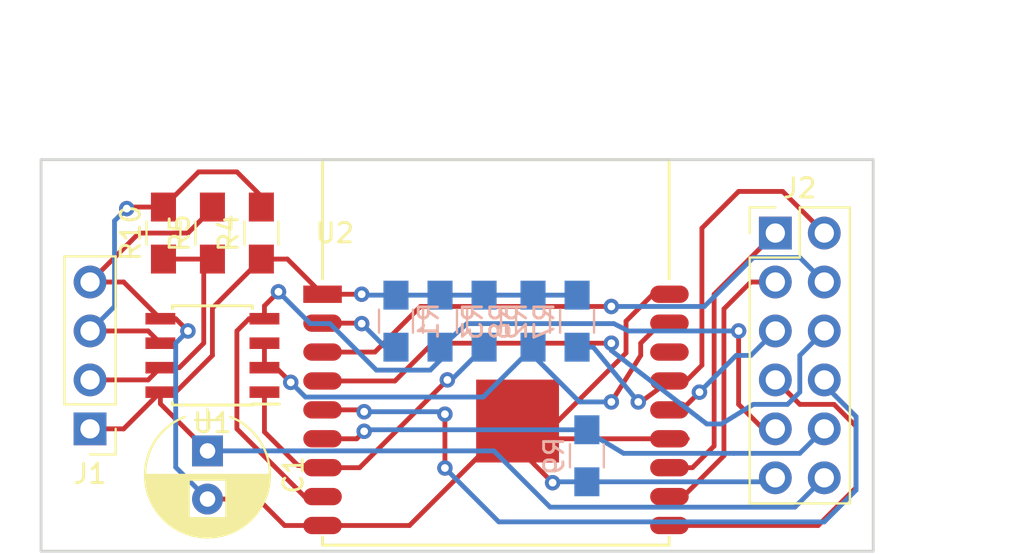
<source format=kicad_pcb>
(kicad_pcb (version 4) (host pcbnew 4.0.7)

  (general
    (links 45)
    (no_connects 0)
    (area 119.304999 90.094999 162.635001 110.565001)
    (thickness 1.6)
    (drawings 6)
    (tracks 216)
    (zones 0)
    (modules 14)
    (nets 19)
  )

  (page A4)
  (layers
    (0 F.Cu signal)
    (31 B.Cu signal)
    (32 B.Adhes user)
    (33 F.Adhes user)
    (34 B.Paste user)
    (35 F.Paste user)
    (36 B.SilkS user)
    (37 F.SilkS user)
    (38 B.Mask user)
    (39 F.Mask user)
    (40 Dwgs.User user)
    (41 Cmts.User user)
    (42 Eco1.User user)
    (43 Eco2.User user)
    (44 Edge.Cuts user)
    (45 Margin user)
    (46 B.CrtYd user)
    (47 F.CrtYd user)
    (48 B.Fab user)
    (49 F.Fab user)
  )

  (setup
    (last_trace_width 0.25)
    (trace_clearance 0.2)
    (zone_clearance 0.508)
    (zone_45_only no)
    (trace_min 0.2)
    (segment_width 0.2)
    (edge_width 0.15)
    (via_size 0.8)
    (via_drill 0.4)
    (via_min_size 0.8)
    (via_min_drill 0.3)
    (uvia_size 0.3)
    (uvia_drill 0.1)
    (uvias_allowed no)
    (uvia_min_size 0.2)
    (uvia_min_drill 0.1)
    (pcb_text_width 0.3)
    (pcb_text_size 1.5 1.5)
    (mod_edge_width 0.15)
    (mod_text_size 1 1)
    (mod_text_width 0.15)
    (pad_size 1.524 1.524)
    (pad_drill 0.762)
    (pad_to_mask_clearance 0.2)
    (aux_axis_origin 0 0)
    (visible_elements FFFEFF7F)
    (pcbplotparams
      (layerselection 0x00030_80000001)
      (usegerberextensions false)
      (excludeedgelayer true)
      (linewidth 0.100000)
      (plotframeref false)
      (viasonmask false)
      (mode 1)
      (useauxorigin false)
      (hpglpennumber 1)
      (hpglpenspeed 20)
      (hpglpendiameter 15)
      (hpglpenoverlay 2)
      (psnegative false)
      (psa4output false)
      (plotreference true)
      (plotvalue true)
      (plotinvisibletext false)
      (padsonsilk false)
      (subtractmaskfromsilk false)
      (outputformat 1)
      (mirror false)
      (drillshape 1)
      (scaleselection 1)
      (outputdirectory ""))
  )

  (net 0 "")
  (net 1 +3V3)
  (net 2 GND)
  (net 3 "Net-(J1-Pad2)")
  (net 4 "Net-(J1-Pad3)")
  (net 5 "Net-(J2-Pad1)")
  (net 6 "Net-(J2-Pad2)")
  (net 7 "Net-(J2-Pad3)")
  (net 8 "Net-(J2-Pad4)")
  (net 9 "Net-(J2-Pad5)")
  (net 10 "Net-(J2-Pad6)")
  (net 11 "Net-(J2-Pad7)")
  (net 12 "Net-(J2-Pad8)")
  (net 13 "Net-(J2-Pad9)")
  (net 14 "Net-(J2-Pad10)")
  (net 15 "Net-(R1-Pad1)")
  (net 16 "Net-(R2-Pad1)")
  (net 17 "Net-(R8-Pad2)")
  (net 18 "Net-(U2-Pad16)")

  (net_class Default "これは標準のネット クラスです。"
    (clearance 0.2)
    (trace_width 0.25)
    (via_dia 0.8)
    (via_drill 0.4)
    (uvia_dia 0.3)
    (uvia_drill 0.1)
    (add_net +3V3)
    (add_net GND)
    (add_net "Net-(J1-Pad2)")
    (add_net "Net-(J1-Pad3)")
    (add_net "Net-(J2-Pad1)")
    (add_net "Net-(J2-Pad10)")
    (add_net "Net-(J2-Pad2)")
    (add_net "Net-(J2-Pad3)")
    (add_net "Net-(J2-Pad4)")
    (add_net "Net-(J2-Pad5)")
    (add_net "Net-(J2-Pad6)")
    (add_net "Net-(J2-Pad7)")
    (add_net "Net-(J2-Pad8)")
    (add_net "Net-(J2-Pad9)")
    (add_net "Net-(R1-Pad1)")
    (add_net "Net-(R2-Pad1)")
    (add_net "Net-(R8-Pad2)")
    (add_net "Net-(U2-Pad16)")
  )

  (module Capacitors_THT:CP_Radial_D6.3mm_P2.50mm (layer F.Cu) (tedit 597BC7C2) (tstamp 5B926187)
    (at 128.016 105.283 270)
    (descr "CP, Radial series, Radial, pin pitch=2.50mm, , diameter=6.3mm, Electrolytic Capacitor")
    (tags "CP Radial series Radial pin pitch 2.50mm  diameter 6.3mm Electrolytic Capacitor")
    (path /5B923BE7)
    (fp_text reference C1 (at 1.25 -4.46 270) (layer F.SilkS)
      (effects (font (size 1 1) (thickness 0.15)))
    )
    (fp_text value CP (at 1.25 4.46 270) (layer F.Fab)
      (effects (font (size 1 1) (thickness 0.15)))
    )
    (fp_arc (start 1.25 0) (end -1.767482 -1.18) (angle 137.3) (layer F.SilkS) (width 0.12))
    (fp_arc (start 1.25 0) (end -1.767482 1.18) (angle -137.3) (layer F.SilkS) (width 0.12))
    (fp_arc (start 1.25 0) (end 4.267482 -1.18) (angle 42.7) (layer F.SilkS) (width 0.12))
    (fp_circle (center 1.25 0) (end 4.4 0) (layer F.Fab) (width 0.1))
    (fp_line (start -2.2 0) (end -1 0) (layer F.Fab) (width 0.1))
    (fp_line (start -1.6 -0.65) (end -1.6 0.65) (layer F.Fab) (width 0.1))
    (fp_line (start 1.25 -3.2) (end 1.25 3.2) (layer F.SilkS) (width 0.12))
    (fp_line (start 1.29 -3.2) (end 1.29 3.2) (layer F.SilkS) (width 0.12))
    (fp_line (start 1.33 -3.2) (end 1.33 3.2) (layer F.SilkS) (width 0.12))
    (fp_line (start 1.37 -3.198) (end 1.37 3.198) (layer F.SilkS) (width 0.12))
    (fp_line (start 1.41 -3.197) (end 1.41 3.197) (layer F.SilkS) (width 0.12))
    (fp_line (start 1.45 -3.194) (end 1.45 3.194) (layer F.SilkS) (width 0.12))
    (fp_line (start 1.49 -3.192) (end 1.49 3.192) (layer F.SilkS) (width 0.12))
    (fp_line (start 1.53 -3.188) (end 1.53 -0.98) (layer F.SilkS) (width 0.12))
    (fp_line (start 1.53 0.98) (end 1.53 3.188) (layer F.SilkS) (width 0.12))
    (fp_line (start 1.57 -3.185) (end 1.57 -0.98) (layer F.SilkS) (width 0.12))
    (fp_line (start 1.57 0.98) (end 1.57 3.185) (layer F.SilkS) (width 0.12))
    (fp_line (start 1.61 -3.18) (end 1.61 -0.98) (layer F.SilkS) (width 0.12))
    (fp_line (start 1.61 0.98) (end 1.61 3.18) (layer F.SilkS) (width 0.12))
    (fp_line (start 1.65 -3.176) (end 1.65 -0.98) (layer F.SilkS) (width 0.12))
    (fp_line (start 1.65 0.98) (end 1.65 3.176) (layer F.SilkS) (width 0.12))
    (fp_line (start 1.69 -3.17) (end 1.69 -0.98) (layer F.SilkS) (width 0.12))
    (fp_line (start 1.69 0.98) (end 1.69 3.17) (layer F.SilkS) (width 0.12))
    (fp_line (start 1.73 -3.165) (end 1.73 -0.98) (layer F.SilkS) (width 0.12))
    (fp_line (start 1.73 0.98) (end 1.73 3.165) (layer F.SilkS) (width 0.12))
    (fp_line (start 1.77 -3.158) (end 1.77 -0.98) (layer F.SilkS) (width 0.12))
    (fp_line (start 1.77 0.98) (end 1.77 3.158) (layer F.SilkS) (width 0.12))
    (fp_line (start 1.81 -3.152) (end 1.81 -0.98) (layer F.SilkS) (width 0.12))
    (fp_line (start 1.81 0.98) (end 1.81 3.152) (layer F.SilkS) (width 0.12))
    (fp_line (start 1.85 -3.144) (end 1.85 -0.98) (layer F.SilkS) (width 0.12))
    (fp_line (start 1.85 0.98) (end 1.85 3.144) (layer F.SilkS) (width 0.12))
    (fp_line (start 1.89 -3.137) (end 1.89 -0.98) (layer F.SilkS) (width 0.12))
    (fp_line (start 1.89 0.98) (end 1.89 3.137) (layer F.SilkS) (width 0.12))
    (fp_line (start 1.93 -3.128) (end 1.93 -0.98) (layer F.SilkS) (width 0.12))
    (fp_line (start 1.93 0.98) (end 1.93 3.128) (layer F.SilkS) (width 0.12))
    (fp_line (start 1.971 -3.119) (end 1.971 -0.98) (layer F.SilkS) (width 0.12))
    (fp_line (start 1.971 0.98) (end 1.971 3.119) (layer F.SilkS) (width 0.12))
    (fp_line (start 2.011 -3.11) (end 2.011 -0.98) (layer F.SilkS) (width 0.12))
    (fp_line (start 2.011 0.98) (end 2.011 3.11) (layer F.SilkS) (width 0.12))
    (fp_line (start 2.051 -3.1) (end 2.051 -0.98) (layer F.SilkS) (width 0.12))
    (fp_line (start 2.051 0.98) (end 2.051 3.1) (layer F.SilkS) (width 0.12))
    (fp_line (start 2.091 -3.09) (end 2.091 -0.98) (layer F.SilkS) (width 0.12))
    (fp_line (start 2.091 0.98) (end 2.091 3.09) (layer F.SilkS) (width 0.12))
    (fp_line (start 2.131 -3.079) (end 2.131 -0.98) (layer F.SilkS) (width 0.12))
    (fp_line (start 2.131 0.98) (end 2.131 3.079) (layer F.SilkS) (width 0.12))
    (fp_line (start 2.171 -3.067) (end 2.171 -0.98) (layer F.SilkS) (width 0.12))
    (fp_line (start 2.171 0.98) (end 2.171 3.067) (layer F.SilkS) (width 0.12))
    (fp_line (start 2.211 -3.055) (end 2.211 -0.98) (layer F.SilkS) (width 0.12))
    (fp_line (start 2.211 0.98) (end 2.211 3.055) (layer F.SilkS) (width 0.12))
    (fp_line (start 2.251 -3.042) (end 2.251 -0.98) (layer F.SilkS) (width 0.12))
    (fp_line (start 2.251 0.98) (end 2.251 3.042) (layer F.SilkS) (width 0.12))
    (fp_line (start 2.291 -3.029) (end 2.291 -0.98) (layer F.SilkS) (width 0.12))
    (fp_line (start 2.291 0.98) (end 2.291 3.029) (layer F.SilkS) (width 0.12))
    (fp_line (start 2.331 -3.015) (end 2.331 -0.98) (layer F.SilkS) (width 0.12))
    (fp_line (start 2.331 0.98) (end 2.331 3.015) (layer F.SilkS) (width 0.12))
    (fp_line (start 2.371 -3.001) (end 2.371 -0.98) (layer F.SilkS) (width 0.12))
    (fp_line (start 2.371 0.98) (end 2.371 3.001) (layer F.SilkS) (width 0.12))
    (fp_line (start 2.411 -2.986) (end 2.411 -0.98) (layer F.SilkS) (width 0.12))
    (fp_line (start 2.411 0.98) (end 2.411 2.986) (layer F.SilkS) (width 0.12))
    (fp_line (start 2.451 -2.97) (end 2.451 -0.98) (layer F.SilkS) (width 0.12))
    (fp_line (start 2.451 0.98) (end 2.451 2.97) (layer F.SilkS) (width 0.12))
    (fp_line (start 2.491 -2.954) (end 2.491 -0.98) (layer F.SilkS) (width 0.12))
    (fp_line (start 2.491 0.98) (end 2.491 2.954) (layer F.SilkS) (width 0.12))
    (fp_line (start 2.531 -2.937) (end 2.531 -0.98) (layer F.SilkS) (width 0.12))
    (fp_line (start 2.531 0.98) (end 2.531 2.937) (layer F.SilkS) (width 0.12))
    (fp_line (start 2.571 -2.919) (end 2.571 -0.98) (layer F.SilkS) (width 0.12))
    (fp_line (start 2.571 0.98) (end 2.571 2.919) (layer F.SilkS) (width 0.12))
    (fp_line (start 2.611 -2.901) (end 2.611 -0.98) (layer F.SilkS) (width 0.12))
    (fp_line (start 2.611 0.98) (end 2.611 2.901) (layer F.SilkS) (width 0.12))
    (fp_line (start 2.651 -2.882) (end 2.651 -0.98) (layer F.SilkS) (width 0.12))
    (fp_line (start 2.651 0.98) (end 2.651 2.882) (layer F.SilkS) (width 0.12))
    (fp_line (start 2.691 -2.863) (end 2.691 -0.98) (layer F.SilkS) (width 0.12))
    (fp_line (start 2.691 0.98) (end 2.691 2.863) (layer F.SilkS) (width 0.12))
    (fp_line (start 2.731 -2.843) (end 2.731 -0.98) (layer F.SilkS) (width 0.12))
    (fp_line (start 2.731 0.98) (end 2.731 2.843) (layer F.SilkS) (width 0.12))
    (fp_line (start 2.771 -2.822) (end 2.771 -0.98) (layer F.SilkS) (width 0.12))
    (fp_line (start 2.771 0.98) (end 2.771 2.822) (layer F.SilkS) (width 0.12))
    (fp_line (start 2.811 -2.8) (end 2.811 -0.98) (layer F.SilkS) (width 0.12))
    (fp_line (start 2.811 0.98) (end 2.811 2.8) (layer F.SilkS) (width 0.12))
    (fp_line (start 2.851 -2.778) (end 2.851 -0.98) (layer F.SilkS) (width 0.12))
    (fp_line (start 2.851 0.98) (end 2.851 2.778) (layer F.SilkS) (width 0.12))
    (fp_line (start 2.891 -2.755) (end 2.891 -0.98) (layer F.SilkS) (width 0.12))
    (fp_line (start 2.891 0.98) (end 2.891 2.755) (layer F.SilkS) (width 0.12))
    (fp_line (start 2.931 -2.731) (end 2.931 -0.98) (layer F.SilkS) (width 0.12))
    (fp_line (start 2.931 0.98) (end 2.931 2.731) (layer F.SilkS) (width 0.12))
    (fp_line (start 2.971 -2.706) (end 2.971 -0.98) (layer F.SilkS) (width 0.12))
    (fp_line (start 2.971 0.98) (end 2.971 2.706) (layer F.SilkS) (width 0.12))
    (fp_line (start 3.011 -2.681) (end 3.011 -0.98) (layer F.SilkS) (width 0.12))
    (fp_line (start 3.011 0.98) (end 3.011 2.681) (layer F.SilkS) (width 0.12))
    (fp_line (start 3.051 -2.654) (end 3.051 -0.98) (layer F.SilkS) (width 0.12))
    (fp_line (start 3.051 0.98) (end 3.051 2.654) (layer F.SilkS) (width 0.12))
    (fp_line (start 3.091 -2.627) (end 3.091 -0.98) (layer F.SilkS) (width 0.12))
    (fp_line (start 3.091 0.98) (end 3.091 2.627) (layer F.SilkS) (width 0.12))
    (fp_line (start 3.131 -2.599) (end 3.131 -0.98) (layer F.SilkS) (width 0.12))
    (fp_line (start 3.131 0.98) (end 3.131 2.599) (layer F.SilkS) (width 0.12))
    (fp_line (start 3.171 -2.57) (end 3.171 -0.98) (layer F.SilkS) (width 0.12))
    (fp_line (start 3.171 0.98) (end 3.171 2.57) (layer F.SilkS) (width 0.12))
    (fp_line (start 3.211 -2.54) (end 3.211 -0.98) (layer F.SilkS) (width 0.12))
    (fp_line (start 3.211 0.98) (end 3.211 2.54) (layer F.SilkS) (width 0.12))
    (fp_line (start 3.251 -2.51) (end 3.251 -0.98) (layer F.SilkS) (width 0.12))
    (fp_line (start 3.251 0.98) (end 3.251 2.51) (layer F.SilkS) (width 0.12))
    (fp_line (start 3.291 -2.478) (end 3.291 -0.98) (layer F.SilkS) (width 0.12))
    (fp_line (start 3.291 0.98) (end 3.291 2.478) (layer F.SilkS) (width 0.12))
    (fp_line (start 3.331 -2.445) (end 3.331 -0.98) (layer F.SilkS) (width 0.12))
    (fp_line (start 3.331 0.98) (end 3.331 2.445) (layer F.SilkS) (width 0.12))
    (fp_line (start 3.371 -2.411) (end 3.371 -0.98) (layer F.SilkS) (width 0.12))
    (fp_line (start 3.371 0.98) (end 3.371 2.411) (layer F.SilkS) (width 0.12))
    (fp_line (start 3.411 -2.375) (end 3.411 -0.98) (layer F.SilkS) (width 0.12))
    (fp_line (start 3.411 0.98) (end 3.411 2.375) (layer F.SilkS) (width 0.12))
    (fp_line (start 3.451 -2.339) (end 3.451 -0.98) (layer F.SilkS) (width 0.12))
    (fp_line (start 3.451 0.98) (end 3.451 2.339) (layer F.SilkS) (width 0.12))
    (fp_line (start 3.491 -2.301) (end 3.491 2.301) (layer F.SilkS) (width 0.12))
    (fp_line (start 3.531 -2.262) (end 3.531 2.262) (layer F.SilkS) (width 0.12))
    (fp_line (start 3.571 -2.222) (end 3.571 2.222) (layer F.SilkS) (width 0.12))
    (fp_line (start 3.611 -2.18) (end 3.611 2.18) (layer F.SilkS) (width 0.12))
    (fp_line (start 3.651 -2.137) (end 3.651 2.137) (layer F.SilkS) (width 0.12))
    (fp_line (start 3.691 -2.092) (end 3.691 2.092) (layer F.SilkS) (width 0.12))
    (fp_line (start 3.731 -2.045) (end 3.731 2.045) (layer F.SilkS) (width 0.12))
    (fp_line (start 3.771 -1.997) (end 3.771 1.997) (layer F.SilkS) (width 0.12))
    (fp_line (start 3.811 -1.946) (end 3.811 1.946) (layer F.SilkS) (width 0.12))
    (fp_line (start 3.851 -1.894) (end 3.851 1.894) (layer F.SilkS) (width 0.12))
    (fp_line (start 3.891 -1.839) (end 3.891 1.839) (layer F.SilkS) (width 0.12))
    (fp_line (start 3.931 -1.781) (end 3.931 1.781) (layer F.SilkS) (width 0.12))
    (fp_line (start 3.971 -1.721) (end 3.971 1.721) (layer F.SilkS) (width 0.12))
    (fp_line (start 4.011 -1.658) (end 4.011 1.658) (layer F.SilkS) (width 0.12))
    (fp_line (start 4.051 -1.591) (end 4.051 1.591) (layer F.SilkS) (width 0.12))
    (fp_line (start 4.091 -1.52) (end 4.091 1.52) (layer F.SilkS) (width 0.12))
    (fp_line (start 4.131 -1.445) (end 4.131 1.445) (layer F.SilkS) (width 0.12))
    (fp_line (start 4.171 -1.364) (end 4.171 1.364) (layer F.SilkS) (width 0.12))
    (fp_line (start 4.211 -1.278) (end 4.211 1.278) (layer F.SilkS) (width 0.12))
    (fp_line (start 4.251 -1.184) (end 4.251 1.184) (layer F.SilkS) (width 0.12))
    (fp_line (start 4.291 -1.081) (end 4.291 1.081) (layer F.SilkS) (width 0.12))
    (fp_line (start 4.331 -0.966) (end 4.331 0.966) (layer F.SilkS) (width 0.12))
    (fp_line (start 4.371 -0.834) (end 4.371 0.834) (layer F.SilkS) (width 0.12))
    (fp_line (start 4.411 -0.676) (end 4.411 0.676) (layer F.SilkS) (width 0.12))
    (fp_line (start 4.451 -0.468) (end 4.451 0.468) (layer F.SilkS) (width 0.12))
    (fp_line (start -2.2 0) (end -1 0) (layer F.SilkS) (width 0.12))
    (fp_line (start -1.6 -0.65) (end -1.6 0.65) (layer F.SilkS) (width 0.12))
    (fp_line (start -2.25 -3.5) (end -2.25 3.5) (layer F.CrtYd) (width 0.05))
    (fp_line (start -2.25 3.5) (end 4.75 3.5) (layer F.CrtYd) (width 0.05))
    (fp_line (start 4.75 3.5) (end 4.75 -3.5) (layer F.CrtYd) (width 0.05))
    (fp_line (start 4.75 -3.5) (end -2.25 -3.5) (layer F.CrtYd) (width 0.05))
    (fp_text user %R (at 1.25 0 270) (layer F.Fab)
      (effects (font (size 1 1) (thickness 0.15)))
    )
    (pad 1 thru_hole rect (at 0 0 270) (size 1.6 1.6) (drill 0.8) (layers *.Cu *.Mask)
      (net 1 +3V3))
    (pad 2 thru_hole circle (at 2.5 0 270) (size 1.6 1.6) (drill 0.8) (layers *.Cu *.Mask)
      (net 2 GND))
    (model ${KISYS3DMOD}/Capacitors_THT.3dshapes/CP_Radial_D6.3mm_P2.50mm.wrl
      (at (xyz 0 0 0))
      (scale (xyz 1 1 1))
      (rotate (xyz 0 0 0))
    )
  )

  (module Pin_Headers:Pin_Header_Straight_1x04_Pitch2.54mm (layer F.Cu) (tedit 59650532) (tstamp 5B92619F)
    (at 121.92 104.14 180)
    (descr "Through hole straight pin header, 1x04, 2.54mm pitch, single row")
    (tags "Through hole pin header THT 1x04 2.54mm single row")
    (path /5B92459B)
    (fp_text reference J1 (at 0 -2.33 180) (layer F.SilkS)
      (effects (font (size 1 1) (thickness 0.15)))
    )
    (fp_text value Conn_01x04 (at 0 9.95 180) (layer F.Fab)
      (effects (font (size 1 1) (thickness 0.15)))
    )
    (fp_line (start -0.635 -1.27) (end 1.27 -1.27) (layer F.Fab) (width 0.1))
    (fp_line (start 1.27 -1.27) (end 1.27 8.89) (layer F.Fab) (width 0.1))
    (fp_line (start 1.27 8.89) (end -1.27 8.89) (layer F.Fab) (width 0.1))
    (fp_line (start -1.27 8.89) (end -1.27 -0.635) (layer F.Fab) (width 0.1))
    (fp_line (start -1.27 -0.635) (end -0.635 -1.27) (layer F.Fab) (width 0.1))
    (fp_line (start -1.33 8.95) (end 1.33 8.95) (layer F.SilkS) (width 0.12))
    (fp_line (start -1.33 1.27) (end -1.33 8.95) (layer F.SilkS) (width 0.12))
    (fp_line (start 1.33 1.27) (end 1.33 8.95) (layer F.SilkS) (width 0.12))
    (fp_line (start -1.33 1.27) (end 1.33 1.27) (layer F.SilkS) (width 0.12))
    (fp_line (start -1.33 0) (end -1.33 -1.33) (layer F.SilkS) (width 0.12))
    (fp_line (start -1.33 -1.33) (end 0 -1.33) (layer F.SilkS) (width 0.12))
    (fp_line (start -1.8 -1.8) (end -1.8 9.4) (layer F.CrtYd) (width 0.05))
    (fp_line (start -1.8 9.4) (end 1.8 9.4) (layer F.CrtYd) (width 0.05))
    (fp_line (start 1.8 9.4) (end 1.8 -1.8) (layer F.CrtYd) (width 0.05))
    (fp_line (start 1.8 -1.8) (end -1.8 -1.8) (layer F.CrtYd) (width 0.05))
    (fp_text user %R (at 0 3.81 270) (layer F.Fab)
      (effects (font (size 1 1) (thickness 0.15)))
    )
    (pad 1 thru_hole rect (at 0 0 180) (size 1.7 1.7) (drill 1) (layers *.Cu *.Mask)
      (net 1 +3V3))
    (pad 2 thru_hole oval (at 0 2.54 180) (size 1.7 1.7) (drill 1) (layers *.Cu *.Mask)
      (net 3 "Net-(J1-Pad2)"))
    (pad 3 thru_hole oval (at 0 5.08 180) (size 1.7 1.7) (drill 1) (layers *.Cu *.Mask)
      (net 4 "Net-(J1-Pad3)"))
    (pad 4 thru_hole oval (at 0 7.62 180) (size 1.7 1.7) (drill 1) (layers *.Cu *.Mask)
      (net 2 GND))
    (model ${KISYS3DMOD}/Pin_Headers.3dshapes/Pin_Header_Straight_1x04_Pitch2.54mm.wrl
      (at (xyz 0 0 0))
      (scale (xyz 1 1 1))
      (rotate (xyz 0 0 0))
    )
  )

  (module Pin_Headers:Pin_Header_Straight_2x06_Pitch2.54mm (layer F.Cu) (tedit 59650532) (tstamp 5B9261C1)
    (at 157.48 93.98)
    (descr "Through hole straight pin header, 2x06, 2.54mm pitch, double rows")
    (tags "Through hole pin header THT 2x06 2.54mm double row")
    (path /5B9244FA)
    (fp_text reference J2 (at 1.27 -2.33) (layer F.SilkS)
      (effects (font (size 1 1) (thickness 0.15)))
    )
    (fp_text value Conn_02x06_Odd_Even (at 1.27 15.03) (layer F.Fab)
      (effects (font (size 1 1) (thickness 0.15)))
    )
    (fp_line (start 0 -1.27) (end 3.81 -1.27) (layer F.Fab) (width 0.1))
    (fp_line (start 3.81 -1.27) (end 3.81 13.97) (layer F.Fab) (width 0.1))
    (fp_line (start 3.81 13.97) (end -1.27 13.97) (layer F.Fab) (width 0.1))
    (fp_line (start -1.27 13.97) (end -1.27 0) (layer F.Fab) (width 0.1))
    (fp_line (start -1.27 0) (end 0 -1.27) (layer F.Fab) (width 0.1))
    (fp_line (start -1.33 14.03) (end 3.87 14.03) (layer F.SilkS) (width 0.12))
    (fp_line (start -1.33 1.27) (end -1.33 14.03) (layer F.SilkS) (width 0.12))
    (fp_line (start 3.87 -1.33) (end 3.87 14.03) (layer F.SilkS) (width 0.12))
    (fp_line (start -1.33 1.27) (end 1.27 1.27) (layer F.SilkS) (width 0.12))
    (fp_line (start 1.27 1.27) (end 1.27 -1.33) (layer F.SilkS) (width 0.12))
    (fp_line (start 1.27 -1.33) (end 3.87 -1.33) (layer F.SilkS) (width 0.12))
    (fp_line (start -1.33 0) (end -1.33 -1.33) (layer F.SilkS) (width 0.12))
    (fp_line (start -1.33 -1.33) (end 0 -1.33) (layer F.SilkS) (width 0.12))
    (fp_line (start -1.8 -1.8) (end -1.8 14.5) (layer F.CrtYd) (width 0.05))
    (fp_line (start -1.8 14.5) (end 4.35 14.5) (layer F.CrtYd) (width 0.05))
    (fp_line (start 4.35 14.5) (end 4.35 -1.8) (layer F.CrtYd) (width 0.05))
    (fp_line (start 4.35 -1.8) (end -1.8 -1.8) (layer F.CrtYd) (width 0.05))
    (fp_text user %R (at 1.27 6.35 90) (layer F.Fab)
      (effects (font (size 1 1) (thickness 0.15)))
    )
    (pad 1 thru_hole rect (at 0 0) (size 1.7 1.7) (drill 1) (layers *.Cu *.Mask)
      (net 5 "Net-(J2-Pad1)"))
    (pad 2 thru_hole oval (at 2.54 0) (size 1.7 1.7) (drill 1) (layers *.Cu *.Mask)
      (net 6 "Net-(J2-Pad2)"))
    (pad 3 thru_hole oval (at 0 2.54) (size 1.7 1.7) (drill 1) (layers *.Cu *.Mask)
      (net 7 "Net-(J2-Pad3)"))
    (pad 4 thru_hole oval (at 2.54 2.54) (size 1.7 1.7) (drill 1) (layers *.Cu *.Mask)
      (net 8 "Net-(J2-Pad4)"))
    (pad 5 thru_hole oval (at 0 5.08) (size 1.7 1.7) (drill 1) (layers *.Cu *.Mask)
      (net 9 "Net-(J2-Pad5)"))
    (pad 6 thru_hole oval (at 2.54 5.08) (size 1.7 1.7) (drill 1) (layers *.Cu *.Mask)
      (net 10 "Net-(J2-Pad6)"))
    (pad 7 thru_hole oval (at 0 7.62) (size 1.7 1.7) (drill 1) (layers *.Cu *.Mask)
      (net 11 "Net-(J2-Pad7)"))
    (pad 8 thru_hole oval (at 2.54 7.62) (size 1.7 1.7) (drill 1) (layers *.Cu *.Mask)
      (net 12 "Net-(J2-Pad8)"))
    (pad 9 thru_hole oval (at 0 10.16) (size 1.7 1.7) (drill 1) (layers *.Cu *.Mask)
      (net 13 "Net-(J2-Pad9)"))
    (pad 10 thru_hole oval (at 2.54 10.16) (size 1.7 1.7) (drill 1) (layers *.Cu *.Mask)
      (net 14 "Net-(J2-Pad10)"))
    (pad 11 thru_hole oval (at 0 12.7) (size 1.7 1.7) (drill 1) (layers *.Cu *.Mask)
      (net 2 GND))
    (pad 12 thru_hole oval (at 2.54 12.7) (size 1.7 1.7) (drill 1) (layers *.Cu *.Mask)
      (net 1 +3V3))
    (model ${KISYS3DMOD}/Pin_Headers.3dshapes/Pin_Header_Straight_2x06_Pitch2.54mm.wrl
      (at (xyz 0 0 0))
      (scale (xyz 1 1 1))
      (rotate (xyz 0 0 0))
    )
  )

  (module Resistors_SMD:R_0805_HandSoldering (layer B.Cu) (tedit 58E0A804) (tstamp 5B9261D2)
    (at 137.795 98.552 90)
    (descr "Resistor SMD 0805, hand soldering")
    (tags "resistor 0805")
    (path /5B923C52)
    (attr smd)
    (fp_text reference R1 (at 0 1.7 90) (layer B.SilkS)
      (effects (font (size 1 1) (thickness 0.15)) (justify mirror))
    )
    (fp_text value 10K (at 0 -1.75 90) (layer B.Fab)
      (effects (font (size 1 1) (thickness 0.15)) (justify mirror))
    )
    (fp_text user %R (at 0 0 90) (layer B.Fab)
      (effects (font (size 0.5 0.5) (thickness 0.075)) (justify mirror))
    )
    (fp_line (start -1 -0.62) (end -1 0.62) (layer B.Fab) (width 0.1))
    (fp_line (start 1 -0.62) (end -1 -0.62) (layer B.Fab) (width 0.1))
    (fp_line (start 1 0.62) (end 1 -0.62) (layer B.Fab) (width 0.1))
    (fp_line (start -1 0.62) (end 1 0.62) (layer B.Fab) (width 0.1))
    (fp_line (start 0.6 -0.88) (end -0.6 -0.88) (layer B.SilkS) (width 0.12))
    (fp_line (start -0.6 0.88) (end 0.6 0.88) (layer B.SilkS) (width 0.12))
    (fp_line (start -2.35 0.9) (end 2.35 0.9) (layer B.CrtYd) (width 0.05))
    (fp_line (start -2.35 0.9) (end -2.35 -0.9) (layer B.CrtYd) (width 0.05))
    (fp_line (start 2.35 -0.9) (end 2.35 0.9) (layer B.CrtYd) (width 0.05))
    (fp_line (start 2.35 -0.9) (end -2.35 -0.9) (layer B.CrtYd) (width 0.05))
    (pad 1 smd rect (at -1.35 0 90) (size 1.5 1.3) (layers B.Cu B.Paste B.Mask)
      (net 15 "Net-(R1-Pad1)"))
    (pad 2 smd rect (at 1.35 0 90) (size 1.5 1.3) (layers B.Cu B.Paste B.Mask)
      (net 1 +3V3))
    (model ${KISYS3DMOD}/Resistors_SMD.3dshapes/R_0805.wrl
      (at (xyz 0 0 0))
      (scale (xyz 1 1 1))
      (rotate (xyz 0 0 0))
    )
  )

  (module Resistors_SMD:R_0805_HandSoldering (layer B.Cu) (tedit 58E0A804) (tstamp 5B9261E3)
    (at 142.367 98.552 90)
    (descr "Resistor SMD 0805, hand soldering")
    (tags "resistor 0805")
    (path /5B923CFF)
    (attr smd)
    (fp_text reference R2 (at 0 1.7 90) (layer B.SilkS)
      (effects (font (size 1 1) (thickness 0.15)) (justify mirror))
    )
    (fp_text value 10K (at 0 -1.75 90) (layer B.Fab)
      (effects (font (size 1 1) (thickness 0.15)) (justify mirror))
    )
    (fp_text user %R (at 0 0 90) (layer B.Fab)
      (effects (font (size 0.5 0.5) (thickness 0.075)) (justify mirror))
    )
    (fp_line (start -1 -0.62) (end -1 0.62) (layer B.Fab) (width 0.1))
    (fp_line (start 1 -0.62) (end -1 -0.62) (layer B.Fab) (width 0.1))
    (fp_line (start 1 0.62) (end 1 -0.62) (layer B.Fab) (width 0.1))
    (fp_line (start -1 0.62) (end 1 0.62) (layer B.Fab) (width 0.1))
    (fp_line (start 0.6 -0.88) (end -0.6 -0.88) (layer B.SilkS) (width 0.12))
    (fp_line (start -0.6 0.88) (end 0.6 0.88) (layer B.SilkS) (width 0.12))
    (fp_line (start -2.35 0.9) (end 2.35 0.9) (layer B.CrtYd) (width 0.05))
    (fp_line (start -2.35 0.9) (end -2.35 -0.9) (layer B.CrtYd) (width 0.05))
    (fp_line (start 2.35 -0.9) (end 2.35 0.9) (layer B.CrtYd) (width 0.05))
    (fp_line (start 2.35 -0.9) (end -2.35 -0.9) (layer B.CrtYd) (width 0.05))
    (pad 1 smd rect (at -1.35 0 90) (size 1.5 1.3) (layers B.Cu B.Paste B.Mask)
      (net 16 "Net-(R2-Pad1)"))
    (pad 2 smd rect (at 1.35 0 90) (size 1.5 1.3) (layers B.Cu B.Paste B.Mask)
      (net 1 +3V3))
    (model ${KISYS3DMOD}/Resistors_SMD.3dshapes/R_0805.wrl
      (at (xyz 0 0 0))
      (scale (xyz 1 1 1))
      (rotate (xyz 0 0 0))
    )
  )

  (module Resistors_SMD:R_0805_HandSoldering (layer B.Cu) (tedit 58E0A804) (tstamp 5B9261F4)
    (at 140.081 98.552 90)
    (descr "Resistor SMD 0805, hand soldering")
    (tags "resistor 0805")
    (path /5B923D91)
    (attr smd)
    (fp_text reference R3 (at 0 1.7 90) (layer B.SilkS)
      (effects (font (size 1 1) (thickness 0.15)) (justify mirror))
    )
    (fp_text value 10K (at 0 -1.75 90) (layer B.Fab)
      (effects (font (size 1 1) (thickness 0.15)) (justify mirror))
    )
    (fp_text user %R (at 0 0 90) (layer B.Fab)
      (effects (font (size 0.5 0.5) (thickness 0.075)) (justify mirror))
    )
    (fp_line (start -1 -0.62) (end -1 0.62) (layer B.Fab) (width 0.1))
    (fp_line (start 1 -0.62) (end -1 -0.62) (layer B.Fab) (width 0.1))
    (fp_line (start 1 0.62) (end 1 -0.62) (layer B.Fab) (width 0.1))
    (fp_line (start -1 0.62) (end 1 0.62) (layer B.Fab) (width 0.1))
    (fp_line (start 0.6 -0.88) (end -0.6 -0.88) (layer B.SilkS) (width 0.12))
    (fp_line (start -0.6 0.88) (end 0.6 0.88) (layer B.SilkS) (width 0.12))
    (fp_line (start -2.35 0.9) (end 2.35 0.9) (layer B.CrtYd) (width 0.05))
    (fp_line (start -2.35 0.9) (end -2.35 -0.9) (layer B.CrtYd) (width 0.05))
    (fp_line (start 2.35 -0.9) (end 2.35 0.9) (layer B.CrtYd) (width 0.05))
    (fp_line (start 2.35 -0.9) (end -2.35 -0.9) (layer B.CrtYd) (width 0.05))
    (pad 1 smd rect (at -1.35 0 90) (size 1.5 1.3) (layers B.Cu B.Paste B.Mask)
      (net 13 "Net-(J2-Pad9)"))
    (pad 2 smd rect (at 1.35 0 90) (size 1.5 1.3) (layers B.Cu B.Paste B.Mask)
      (net 1 +3V3))
    (model ${KISYS3DMOD}/Resistors_SMD.3dshapes/R_0805.wrl
      (at (xyz 0 0 0))
      (scale (xyz 1 1 1))
      (rotate (xyz 0 0 0))
    )
  )

  (module Resistors_SMD:R_0805_HandSoldering (layer F.Cu) (tedit 58E0A804) (tstamp 5B926205)
    (at 130.81 93.98 90)
    (descr "Resistor SMD 0805, hand soldering")
    (tags "resistor 0805")
    (path /5B9244E1)
    (attr smd)
    (fp_text reference R4 (at 0 -1.7 90) (layer F.SilkS)
      (effects (font (size 1 1) (thickness 0.15)))
    )
    (fp_text value 20K (at 0 1.75 90) (layer F.Fab)
      (effects (font (size 1 1) (thickness 0.15)))
    )
    (fp_text user %R (at 0 0 90) (layer F.Fab)
      (effects (font (size 0.5 0.5) (thickness 0.075)))
    )
    (fp_line (start -1 0.62) (end -1 -0.62) (layer F.Fab) (width 0.1))
    (fp_line (start 1 0.62) (end -1 0.62) (layer F.Fab) (width 0.1))
    (fp_line (start 1 -0.62) (end 1 0.62) (layer F.Fab) (width 0.1))
    (fp_line (start -1 -0.62) (end 1 -0.62) (layer F.Fab) (width 0.1))
    (fp_line (start 0.6 0.88) (end -0.6 0.88) (layer F.SilkS) (width 0.12))
    (fp_line (start -0.6 -0.88) (end 0.6 -0.88) (layer F.SilkS) (width 0.12))
    (fp_line (start -2.35 -0.9) (end 2.35 -0.9) (layer F.CrtYd) (width 0.05))
    (fp_line (start -2.35 -0.9) (end -2.35 0.9) (layer F.CrtYd) (width 0.05))
    (fp_line (start 2.35 0.9) (end 2.35 -0.9) (layer F.CrtYd) (width 0.05))
    (fp_line (start 2.35 0.9) (end -2.35 0.9) (layer F.CrtYd) (width 0.05))
    (pad 1 smd rect (at -1.35 0 90) (size 1.5 1.3) (layers F.Cu F.Paste F.Mask)
      (net 1 +3V3))
    (pad 2 smd rect (at 1.35 0 90) (size 1.5 1.3) (layers F.Cu F.Paste F.Mask)
      (net 4 "Net-(J1-Pad3)"))
    (model ${KISYS3DMOD}/Resistors_SMD.3dshapes/R_0805.wrl
      (at (xyz 0 0 0))
      (scale (xyz 1 1 1))
      (rotate (xyz 0 0 0))
    )
  )

  (module Resistors_SMD:R_0805_HandSoldering (layer F.Cu) (tedit 58E0A804) (tstamp 5B926216)
    (at 128.27 93.98 90)
    (descr "Resistor SMD 0805, hand soldering")
    (tags "resistor 0805")
    (path /5B9244E7)
    (attr smd)
    (fp_text reference R5 (at 0 -1.7 90) (layer F.SilkS)
      (effects (font (size 1 1) (thickness 0.15)))
    )
    (fp_text value 20K (at 0 1.75 90) (layer F.Fab)
      (effects (font (size 1 1) (thickness 0.15)))
    )
    (fp_text user %R (at 0 0 90) (layer F.Fab)
      (effects (font (size 0.5 0.5) (thickness 0.075)))
    )
    (fp_line (start -1 0.62) (end -1 -0.62) (layer F.Fab) (width 0.1))
    (fp_line (start 1 0.62) (end -1 0.62) (layer F.Fab) (width 0.1))
    (fp_line (start 1 -0.62) (end 1 0.62) (layer F.Fab) (width 0.1))
    (fp_line (start -1 -0.62) (end 1 -0.62) (layer F.Fab) (width 0.1))
    (fp_line (start 0.6 0.88) (end -0.6 0.88) (layer F.SilkS) (width 0.12))
    (fp_line (start -0.6 -0.88) (end 0.6 -0.88) (layer F.SilkS) (width 0.12))
    (fp_line (start -2.35 -0.9) (end 2.35 -0.9) (layer F.CrtYd) (width 0.05))
    (fp_line (start -2.35 -0.9) (end -2.35 0.9) (layer F.CrtYd) (width 0.05))
    (fp_line (start 2.35 0.9) (end 2.35 -0.9) (layer F.CrtYd) (width 0.05))
    (fp_line (start 2.35 0.9) (end -2.35 0.9) (layer F.CrtYd) (width 0.05))
    (pad 1 smd rect (at -1.35 0 90) (size 1.5 1.3) (layers F.Cu F.Paste F.Mask)
      (net 3 "Net-(J1-Pad2)"))
    (pad 2 smd rect (at 1.35 0 90) (size 1.5 1.3) (layers F.Cu F.Paste F.Mask)
      (net 2 GND))
    (model ${KISYS3DMOD}/Resistors_SMD.3dshapes/R_0805.wrl
      (at (xyz 0 0 0))
      (scale (xyz 1 1 1))
      (rotate (xyz 0 0 0))
    )
  )

  (module Resistors_SMD:R_0805_HandSoldering (layer B.Cu) (tedit 58E0A804) (tstamp 5B926227)
    (at 147.193 98.552 270)
    (descr "Resistor SMD 0805, hand soldering")
    (tags "resistor 0805")
    (path /5B924085)
    (attr smd)
    (fp_text reference R7 (at 0 1.7 270) (layer B.SilkS)
      (effects (font (size 1 1) (thickness 0.15)) (justify mirror))
    )
    (fp_text value 10K (at 0 -1.75 270) (layer B.Fab)
      (effects (font (size 1 1) (thickness 0.15)) (justify mirror))
    )
    (fp_text user %R (at 0 0 270) (layer B.Fab)
      (effects (font (size 0.5 0.5) (thickness 0.075)) (justify mirror))
    )
    (fp_line (start -1 -0.62) (end -1 0.62) (layer B.Fab) (width 0.1))
    (fp_line (start 1 -0.62) (end -1 -0.62) (layer B.Fab) (width 0.1))
    (fp_line (start 1 0.62) (end 1 -0.62) (layer B.Fab) (width 0.1))
    (fp_line (start -1 0.62) (end 1 0.62) (layer B.Fab) (width 0.1))
    (fp_line (start 0.6 -0.88) (end -0.6 -0.88) (layer B.SilkS) (width 0.12))
    (fp_line (start -0.6 0.88) (end 0.6 0.88) (layer B.SilkS) (width 0.12))
    (fp_line (start -2.35 0.9) (end 2.35 0.9) (layer B.CrtYd) (width 0.05))
    (fp_line (start -2.35 0.9) (end -2.35 -0.9) (layer B.CrtYd) (width 0.05))
    (fp_line (start 2.35 -0.9) (end 2.35 0.9) (layer B.CrtYd) (width 0.05))
    (fp_line (start 2.35 -0.9) (end -2.35 -0.9) (layer B.CrtYd) (width 0.05))
    (pad 1 smd rect (at -1.35 0 270) (size 1.5 1.3) (layers B.Cu B.Paste B.Mask)
      (net 1 +3V3))
    (pad 2 smd rect (at 1.35 0 270) (size 1.5 1.3) (layers B.Cu B.Paste B.Mask)
      (net 6 "Net-(J2-Pad2)"))
    (model ${KISYS3DMOD}/Resistors_SMD.3dshapes/R_0805.wrl
      (at (xyz 0 0 0))
      (scale (xyz 1 1 1))
      (rotate (xyz 0 0 0))
    )
  )

  (module Resistors_SMD:R_0805_HandSoldering (layer B.Cu) (tedit 58E0A804) (tstamp 5B926238)
    (at 144.907 98.552 270)
    (descr "Resistor SMD 0805, hand soldering")
    (tags "resistor 0805")
    (path /5B92AAFC)
    (attr smd)
    (fp_text reference R8 (at 0 1.7 270) (layer B.SilkS)
      (effects (font (size 1 1) (thickness 0.15)) (justify mirror))
    )
    (fp_text value 10K (at 0 -1.75 270) (layer B.Fab)
      (effects (font (size 1 1) (thickness 0.15)) (justify mirror))
    )
    (fp_text user %R (at 0 0 270) (layer B.Fab)
      (effects (font (size 0.5 0.5) (thickness 0.075)) (justify mirror))
    )
    (fp_line (start -1 -0.62) (end -1 0.62) (layer B.Fab) (width 0.1))
    (fp_line (start 1 -0.62) (end -1 -0.62) (layer B.Fab) (width 0.1))
    (fp_line (start 1 0.62) (end 1 -0.62) (layer B.Fab) (width 0.1))
    (fp_line (start -1 0.62) (end 1 0.62) (layer B.Fab) (width 0.1))
    (fp_line (start 0.6 -0.88) (end -0.6 -0.88) (layer B.SilkS) (width 0.12))
    (fp_line (start -0.6 0.88) (end 0.6 0.88) (layer B.SilkS) (width 0.12))
    (fp_line (start -2.35 0.9) (end 2.35 0.9) (layer B.CrtYd) (width 0.05))
    (fp_line (start -2.35 0.9) (end -2.35 -0.9) (layer B.CrtYd) (width 0.05))
    (fp_line (start 2.35 -0.9) (end 2.35 0.9) (layer B.CrtYd) (width 0.05))
    (fp_line (start 2.35 -0.9) (end -2.35 -0.9) (layer B.CrtYd) (width 0.05))
    (pad 1 smd rect (at -1.35 0 270) (size 1.5 1.3) (layers B.Cu B.Paste B.Mask)
      (net 1 +3V3))
    (pad 2 smd rect (at 1.35 0 270) (size 1.5 1.3) (layers B.Cu B.Paste B.Mask)
      (net 17 "Net-(R8-Pad2)"))
    (model ${KISYS3DMOD}/Resistors_SMD.3dshapes/R_0805.wrl
      (at (xyz 0 0 0))
      (scale (xyz 1 1 1))
      (rotate (xyz 0 0 0))
    )
  )

  (module Resistors_SMD:R_0805_HandSoldering (layer B.Cu) (tedit 58E0A804) (tstamp 5B926249)
    (at 147.701 105.537 270)
    (descr "Resistor SMD 0805, hand soldering")
    (tags "resistor 0805")
    (path /5B92408B)
    (attr smd)
    (fp_text reference R9 (at 0 1.7 270) (layer B.SilkS)
      (effects (font (size 1 1) (thickness 0.15)) (justify mirror))
    )
    (fp_text value 10K (at 0 -1.75 270) (layer B.Fab)
      (effects (font (size 1 1) (thickness 0.15)) (justify mirror))
    )
    (fp_text user %R (at 0 0 270) (layer B.Fab)
      (effects (font (size 0.5 0.5) (thickness 0.075)) (justify mirror))
    )
    (fp_line (start -1 -0.62) (end -1 0.62) (layer B.Fab) (width 0.1))
    (fp_line (start 1 -0.62) (end -1 -0.62) (layer B.Fab) (width 0.1))
    (fp_line (start 1 0.62) (end 1 -0.62) (layer B.Fab) (width 0.1))
    (fp_line (start -1 0.62) (end 1 0.62) (layer B.Fab) (width 0.1))
    (fp_line (start 0.6 -0.88) (end -0.6 -0.88) (layer B.SilkS) (width 0.12))
    (fp_line (start -0.6 0.88) (end 0.6 0.88) (layer B.SilkS) (width 0.12))
    (fp_line (start -2.35 0.9) (end 2.35 0.9) (layer B.CrtYd) (width 0.05))
    (fp_line (start -2.35 0.9) (end -2.35 -0.9) (layer B.CrtYd) (width 0.05))
    (fp_line (start 2.35 -0.9) (end 2.35 0.9) (layer B.CrtYd) (width 0.05))
    (fp_line (start 2.35 -0.9) (end -2.35 -0.9) (layer B.CrtYd) (width 0.05))
    (pad 1 smd rect (at -1.35 0 270) (size 1.5 1.3) (layers B.Cu B.Paste B.Mask)
      (net 14 "Net-(J2-Pad10)"))
    (pad 2 smd rect (at 1.35 0 270) (size 1.5 1.3) (layers B.Cu B.Paste B.Mask)
      (net 2 GND))
    (model ${KISYS3DMOD}/Resistors_SMD.3dshapes/R_0805.wrl
      (at (xyz 0 0 0))
      (scale (xyz 1 1 1))
      (rotate (xyz 0 0 0))
    )
  )

  (module Housings_SOIC:SOIC-8_3.9x4.9mm_Pitch1.27mm (layer F.Cu) (tedit 58CD0CDA) (tstamp 5B926277)
    (at 128.27 100.33 180)
    (descr "8-Lead Plastic Small Outline (SN) - Narrow, 3.90 mm Body [SOIC] (see Microchip Packaging Specification 00000049BS.pdf)")
    (tags "SOIC 1.27")
    (path /5B923B04)
    (attr smd)
    (fp_text reference U1 (at 0 -3.5 180) (layer F.SilkS)
      (effects (font (size 1 1) (thickness 0.15)))
    )
    (fp_text value MAX3485 (at 0 3.5 180) (layer F.Fab)
      (effects (font (size 1 1) (thickness 0.15)))
    )
    (fp_text user %R (at 0 0 180) (layer F.Fab)
      (effects (font (size 1 1) (thickness 0.15)))
    )
    (fp_line (start -0.95 -2.45) (end 1.95 -2.45) (layer F.Fab) (width 0.1))
    (fp_line (start 1.95 -2.45) (end 1.95 2.45) (layer F.Fab) (width 0.1))
    (fp_line (start 1.95 2.45) (end -1.95 2.45) (layer F.Fab) (width 0.1))
    (fp_line (start -1.95 2.45) (end -1.95 -1.45) (layer F.Fab) (width 0.1))
    (fp_line (start -1.95 -1.45) (end -0.95 -2.45) (layer F.Fab) (width 0.1))
    (fp_line (start -3.73 -2.7) (end -3.73 2.7) (layer F.CrtYd) (width 0.05))
    (fp_line (start 3.73 -2.7) (end 3.73 2.7) (layer F.CrtYd) (width 0.05))
    (fp_line (start -3.73 -2.7) (end 3.73 -2.7) (layer F.CrtYd) (width 0.05))
    (fp_line (start -3.73 2.7) (end 3.73 2.7) (layer F.CrtYd) (width 0.05))
    (fp_line (start -2.075 -2.575) (end -2.075 -2.525) (layer F.SilkS) (width 0.15))
    (fp_line (start 2.075 -2.575) (end 2.075 -2.43) (layer F.SilkS) (width 0.15))
    (fp_line (start 2.075 2.575) (end 2.075 2.43) (layer F.SilkS) (width 0.15))
    (fp_line (start -2.075 2.575) (end -2.075 2.43) (layer F.SilkS) (width 0.15))
    (fp_line (start -2.075 -2.575) (end 2.075 -2.575) (layer F.SilkS) (width 0.15))
    (fp_line (start -2.075 2.575) (end 2.075 2.575) (layer F.SilkS) (width 0.15))
    (fp_line (start -2.075 -2.525) (end -3.475 -2.525) (layer F.SilkS) (width 0.15))
    (pad 1 smd rect (at -2.7 -1.905 180) (size 1.55 0.6) (layers F.Cu F.Paste F.Mask)
      (net 16 "Net-(R2-Pad1)"))
    (pad 2 smd rect (at -2.7 -0.635 180) (size 1.55 0.6) (layers F.Cu F.Paste F.Mask)
      (net 17 "Net-(R8-Pad2)"))
    (pad 3 smd rect (at -2.7 0.635 180) (size 1.55 0.6) (layers F.Cu F.Paste F.Mask)
      (net 17 "Net-(R8-Pad2)"))
    (pad 4 smd rect (at -2.7 1.905 180) (size 1.55 0.6) (layers F.Cu F.Paste F.Mask)
      (net 13 "Net-(J2-Pad9)"))
    (pad 5 smd rect (at 2.7 1.905 180) (size 1.55 0.6) (layers F.Cu F.Paste F.Mask)
      (net 2 GND))
    (pad 6 smd rect (at 2.7 0.635 180) (size 1.55 0.6) (layers F.Cu F.Paste F.Mask)
      (net 4 "Net-(J1-Pad3)"))
    (pad 7 smd rect (at 2.7 -0.635 180) (size 1.55 0.6) (layers F.Cu F.Paste F.Mask)
      (net 3 "Net-(J1-Pad2)"))
    (pad 8 smd rect (at 2.7 -1.905 180) (size 1.55 0.6) (layers F.Cu F.Paste F.Mask)
      (net 1 +3V3))
    (model ${KISYS3DMOD}/Housings_SOIC.3dshapes/SOIC-8_3.9x4.9mm_Pitch1.27mm.wrl
      (at (xyz 0 0 0))
      (scale (xyz 1 1 1))
      (rotate (xyz 0 0 0))
    )
  )

  (module ESP8266:ESP-13-WROOM-02 (layer F.Cu) (tedit 5B92A82F) (tstamp 5B92629F)
    (at 133.985 97.155)
    (descr "Module, ESP-8266, ESP-13-WROOM-02, 18 pad, SMD")
    (tags "Module ESP-8266 ESP8266")
    (path /5B923A7D)
    (fp_text reference U2 (at 0.635 -3.175) (layer F.SilkS)
      (effects (font (size 1 1) (thickness 0.15)))
    )
    (fp_text value ESP-WROOM-02 (at 9 0) (layer F.Fab)
      (effects (font (size 1 1) (thickness 0.15)))
    )
    (fp_line (start 0 -6.985) (end 0 -0.8) (layer F.SilkS) (width 0.1524))
    (fp_line (start 17.9832 12.6) (end 17.9832 12.9794) (layer F.SilkS) (width 0.1524))
    (fp_line (start 0 12.6) (end 0 12.9794) (layer F.SilkS) (width 0.1524))
    (fp_line (start 17.9832 -6.985) (end 17.9832 -0.8) (layer F.SilkS) (width 0.1524))
    (fp_line (start 0 13.0175) (end 17.9832 13.0175) (layer F.SilkS) (width 0.1524))
    (fp_line (start 17.9705 -6.985) (end 0 -6.985) (layer F.SilkS) (width 0.1524))
    (fp_line (start 18 -7) (end 0 -1.2) (layer F.CrtYd) (width 0.1524))
    (fp_line (start 0 -7) (end 18 -1.2) (layer F.CrtYd) (width 0.1524))
    (fp_text user "No Copper" (at 9 -4) (layer F.CrtYd)
      (effects (font (size 1 1) (thickness 0.15)))
    )
    (fp_line (start 0 -7) (end 0 -1.2) (layer F.CrtYd) (width 0.1524))
    (fp_line (start 0 -1.2) (end 18 -1.2) (layer F.CrtYd) (width 0.1524))
    (fp_line (start 18 -1.2) (end 18 -7) (layer F.CrtYd) (width 0.1524))
    (fp_line (start 18 -7) (end 0 -7) (layer F.CrtYd) (width 0.1524))
    (fp_line (start 18 -7) (end 18 13) (layer F.Fab) (width 0.05))
    (fp_line (start 0 13) (end 18 13) (layer F.Fab) (width 0.05))
    (fp_line (start 0 13) (end 0 -7) (layer F.Fab) (width 0.05))
    (fp_line (start 0 -7) (end 18 -7) (layer F.Fab) (width 0.05))
    (pad 10 smd oval (at 18 12) (size 2 0.9) (layers F.Cu F.Paste F.Mask)
      (net 11 "Net-(J2-Pad7)"))
    (pad 9 smd oval (at 0 12) (size 2 0.9) (layers F.Cu F.Paste F.Mask)
      (net 2 GND))
    (pad 1 smd rect (at 0 0) (size 2 0.9) (layers F.Cu F.Paste F.Mask)
      (net 1 +3V3))
    (pad 2 smd oval (at 0 1.5) (size 2 0.9) (layers F.Cu F.Paste F.Mask)
      (net 15 "Net-(R1-Pad1)"))
    (pad 3 smd oval (at 0 3) (size 2 0.9) (layers F.Cu F.Paste F.Mask)
      (net 8 "Net-(J2-Pad4)"))
    (pad 4 smd oval (at 0 4.5) (size 2 0.9) (layers F.Cu F.Paste F.Mask)
      (net 10 "Net-(J2-Pad6)"))
    (pad 5 smd oval (at 0 6) (size 2 0.9) (layers F.Cu F.Paste F.Mask)
      (net 12 "Net-(J2-Pad8)"))
    (pad 6 smd oval (at 0 7.5) (size 2 0.9) (layers F.Cu F.Paste F.Mask)
      (net 14 "Net-(J2-Pad10)"))
    (pad 7 smd oval (at 0 9) (size 2 0.9) (layers F.Cu F.Paste F.Mask)
      (net 16 "Net-(R2-Pad1)"))
    (pad 8 smd oval (at 0 10.5) (size 2 0.9) (layers F.Cu F.Paste F.Mask)
      (net 13 "Net-(J2-Pad9)"))
    (pad 11 smd oval (at 18 10.5) (size 2 0.9) (layers F.Cu F.Paste F.Mask)
      (net 7 "Net-(J2-Pad3)"))
    (pad 12 smd oval (at 18 9) (size 2 0.9) (layers F.Cu F.Paste F.Mask)
      (net 5 "Net-(J2-Pad1)"))
    (pad 13 smd oval (at 18 7.5) (size 2 0.9) (layers F.Cu F.Paste F.Mask)
      (net 2 GND))
    (pad 14 smd oval (at 18 6) (size 2 0.9) (layers F.Cu F.Paste F.Mask)
      (net 9 "Net-(J2-Pad5)"))
    (pad 15 smd oval (at 18 4.5) (size 2 0.9) (layers F.Cu F.Paste F.Mask)
      (net 6 "Net-(J2-Pad2)"))
    (pad 16 smd oval (at 18 3) (size 2 0.9) (layers F.Cu F.Paste F.Mask)
      (net 18 "Net-(U2-Pad16)"))
    (pad 17 smd oval (at 18 1.5) (size 2 0.9) (layers F.Cu F.Paste F.Mask)
      (net 17 "Net-(R8-Pad2)"))
    (pad 18 smd oval (at 18 0) (size 2 0.9) (layers F.Cu F.Paste F.Mask)
      (net 2 GND))
    (pad PAD smd rect (at 10.12 6.58) (size 4.3 4.3) (layers F.Cu F.Paste F.Mask)
      (net 2 GND))
    (model ${ESPLIB}/ESP8266.3dshapes/ESP-13-wroom-02.wrl
      (at (xyz 0 0 0))
      (scale (xyz 0.3937 0.3937 0.3937))
      (rotate (xyz 0 0 0))
    )
  )

  (module Resistors_SMD:R_0805_HandSoldering (layer F.Cu) (tedit 58E0A804) (tstamp 5B92625A)
    (at 125.73 93.98 90)
    (descr "Resistor SMD 0805, hand soldering")
    (tags "resistor 0805")
    (path /5B924936)
    (attr smd)
    (fp_text reference R10 (at 0 -1.7 90) (layer F.SilkS)
      (effects (font (size 1 1) (thickness 0.15)))
    )
    (fp_text value 100 (at 0 1.75 90) (layer F.Fab)
      (effects (font (size 1 1) (thickness 0.15)))
    )
    (fp_text user %R (at 0 0 90) (layer F.Fab)
      (effects (font (size 0.5 0.5) (thickness 0.075)))
    )
    (fp_line (start -1 0.62) (end -1 -0.62) (layer F.Fab) (width 0.1))
    (fp_line (start 1 0.62) (end -1 0.62) (layer F.Fab) (width 0.1))
    (fp_line (start 1 -0.62) (end 1 0.62) (layer F.Fab) (width 0.1))
    (fp_line (start -1 -0.62) (end 1 -0.62) (layer F.Fab) (width 0.1))
    (fp_line (start 0.6 0.88) (end -0.6 0.88) (layer F.SilkS) (width 0.12))
    (fp_line (start -0.6 -0.88) (end 0.6 -0.88) (layer F.SilkS) (width 0.12))
    (fp_line (start -2.35 -0.9) (end 2.35 -0.9) (layer F.CrtYd) (width 0.05))
    (fp_line (start -2.35 -0.9) (end -2.35 0.9) (layer F.CrtYd) (width 0.05))
    (fp_line (start 2.35 0.9) (end 2.35 -0.9) (layer F.CrtYd) (width 0.05))
    (fp_line (start 2.35 0.9) (end -2.35 0.9) (layer F.CrtYd) (width 0.05))
    (pad 1 smd rect (at -1.35 0 90) (size 1.5 1.3) (layers F.Cu F.Paste F.Mask)
      (net 3 "Net-(J1-Pad2)"))
    (pad 2 smd rect (at 1.35 0 90) (size 1.5 1.3) (layers F.Cu F.Paste F.Mask)
      (net 4 "Net-(J1-Pad3)"))
    (model ${KISYS3DMOD}/Resistors_SMD.3dshapes/R_0805.wrl
      (at (xyz 0 0 0))
      (scale (xyz 1 1 1))
      (rotate (xyz 0 0 0))
    )
  )

  (dimension 20.32 (width 0.3) (layer Cmts.User)
    (gr_text "20.320 mm" (at 167.72 100.33 270) (layer Cmts.User)
      (effects (font (size 1.5 1.5) (thickness 0.3)))
    )
    (feature1 (pts (xy 165.1 110.49) (xy 169.07 110.49)))
    (feature2 (pts (xy 165.1 90.17) (xy 169.07 90.17)))
    (crossbar (pts (xy 166.37 90.17) (xy 166.37 110.49)))
    (arrow1a (pts (xy 166.37 110.49) (xy 165.783579 109.363496)))
    (arrow1b (pts (xy 166.37 110.49) (xy 166.956421 109.363496)))
    (arrow2a (pts (xy 166.37 90.17) (xy 165.783579 91.296504)))
    (arrow2b (pts (xy 166.37 90.17) (xy 166.956421 91.296504)))
  )
  (dimension 43.18 (width 0.3) (layer Cmts.User)
    (gr_text "43.180 mm" (at 140.97 83.74) (layer Cmts.User)
      (effects (font (size 1.5 1.5) (thickness 0.3)))
    )
    (feature1 (pts (xy 162.56 87.63) (xy 162.56 82.39)))
    (feature2 (pts (xy 119.38 87.63) (xy 119.38 82.39)))
    (crossbar (pts (xy 119.38 85.09) (xy 162.56 85.09)))
    (arrow1a (pts (xy 162.56 85.09) (xy 161.433496 85.676421)))
    (arrow1b (pts (xy 162.56 85.09) (xy 161.433496 84.503579)))
    (arrow2a (pts (xy 119.38 85.09) (xy 120.506504 85.676421)))
    (arrow2b (pts (xy 119.38 85.09) (xy 120.506504 84.503579)))
  )
  (gr_line (start 162.56 110.49) (end 119.38 110.49) (angle 90) (layer Edge.Cuts) (width 0.15))
  (gr_line (start 162.56 90.17) (end 119.38 90.17) (angle 90) (layer Edge.Cuts) (width 0.15))
  (gr_line (start 119.38 110.49) (end 119.38 90.17) (angle 90) (layer Edge.Cuts) (width 0.15))
  (gr_line (start 162.56 90.17) (end 162.56 110.49) (angle 90) (layer Edge.Cuts) (width 0.15))

  (segment (start 140.081 97.202) (end 142.367 97.202) (width 0.25) (layer B.Cu) (net 1))
  (segment (start 137.795 97.202) (end 140.081 97.202) (width 0.25) (layer B.Cu) (net 1))
  (segment (start 133.985 97.155) (end 136.017 97.155) (width 0.25) (layer F.Cu) (net 1))
  (segment (start 136.064 97.202) (end 137.795 97.202) (width 0.25) (layer B.Cu) (net 1) (tstamp 5B92B032))
  (segment (start 136.017 97.155) (end 136.064 97.202) (width 0.25) (layer B.Cu) (net 1) (tstamp 5B92B031))
  (via (at 136.017 97.155) (size 0.8) (drill 0.4) (layers F.Cu B.Cu) (net 1))
  (segment (start 128.016 105.283) (end 142.875 105.283) (width 0.25) (layer B.Cu) (net 1))
  (segment (start 158.496 108.204) (end 160.02 106.68) (width 0.25) (layer B.Cu) (net 1) (tstamp 5B9299AC))
  (segment (start 145.796 108.204) (end 158.496 108.204) (width 0.25) (layer B.Cu) (net 1) (tstamp 5B9299A9))
  (segment (start 142.875 105.283) (end 145.796 108.204) (width 0.25) (layer B.Cu) (net 1) (tstamp 5B9299A1))
  (segment (start 142.367 97.202) (end 144.907 97.202) (width 0.25) (layer B.Cu) (net 1))
  (segment (start 144.907 97.202) (end 147.193 97.202) (width 0.25) (layer B.Cu) (net 1) (tstamp 5B928B7A))
  (segment (start 130.81 95.33) (end 132.16 95.33) (width 0.25) (layer F.Cu) (net 1))
  (segment (start 132.16 95.33) (end 133.985 97.155) (width 0.25) (layer F.Cu) (net 1) (tstamp 5B92843C))
  (segment (start 125.57 102.235) (end 126.365 102.235) (width 0.25) (layer F.Cu) (net 1))
  (segment (start 128.27 97.87) (end 130.81 95.33) (width 0.25) (layer F.Cu) (net 1) (tstamp 5B928048))
  (segment (start 128.27 100.33) (end 128.27 97.87) (width 0.25) (layer F.Cu) (net 1) (tstamp 5B928046))
  (segment (start 126.365 102.235) (end 128.27 100.33) (width 0.25) (layer F.Cu) (net 1) (tstamp 5B928043))
  (segment (start 125.57 102.235) (end 125.57 102.837) (width 0.25) (layer F.Cu) (net 1))
  (segment (start 125.57 102.837) (end 128.016 105.283) (width 0.25) (layer F.Cu) (net 1) (tstamp 5B927D69))
  (segment (start 121.92 104.14) (end 123.665 104.14) (width 0.25) (layer F.Cu) (net 1))
  (segment (start 123.665 104.14) (end 125.57 102.235) (width 0.25) (layer F.Cu) (net 1) (tstamp 5B927D65))
  (segment (start 151.985 97.155) (end 151.13 97.155) (width 0.25) (layer F.Cu) (net 2))
  (segment (start 151.13 97.155) (end 149.733 98.552) (width 0.25) (layer F.Cu) (net 2) (tstamp 5B92B133))
  (segment (start 149.733 98.552) (end 149.733 100.203) (width 0.25) (layer F.Cu) (net 2) (tstamp 5B92B134))
  (segment (start 149.733 100.203) (end 146.201 103.735) (width 0.25) (layer F.Cu) (net 2) (tstamp 5B92B136))
  (segment (start 146.201 103.735) (end 144.105 103.735) (width 0.25) (layer F.Cu) (net 2) (tstamp 5B92B138))
  (segment (start 151.985 104.655) (end 145.025 104.655) (width 0.25) (layer F.Cu) (net 2))
  (segment (start 145.025 104.655) (end 144.105 103.735) (width 0.25) (layer F.Cu) (net 2) (tstamp 5B92998A))
  (segment (start 144.105 103.735) (end 144.105 105.116) (width 0.25) (layer F.Cu) (net 2))
  (segment (start 144.105 105.116) (end 145.923 106.934) (width 0.25) (layer F.Cu) (net 2) (tstamp 5B92996E))
  (segment (start 145.97 106.887) (end 147.701 106.887) (width 0.25) (layer B.Cu) (net 2) (tstamp 5B929974))
  (segment (start 145.923 106.934) (end 145.97 106.887) (width 0.25) (layer B.Cu) (net 2) (tstamp 5B929973))
  (via (at 145.923 106.934) (size 0.8) (drill 0.4) (layers F.Cu B.Cu) (net 2))
  (segment (start 147.701 106.887) (end 157.273 106.887) (width 0.25) (layer B.Cu) (net 2))
  (segment (start 157.273 106.887) (end 157.48 106.68) (width 0.25) (layer B.Cu) (net 2) (tstamp 5B92994F))
  (segment (start 144.105 103.735) (end 143.915 103.735) (width 0.25) (layer F.Cu) (net 2))
  (segment (start 143.915 103.735) (end 138.495 109.155) (width 0.25) (layer F.Cu) (net 2) (tstamp 5B928CEB))
  (segment (start 138.495 109.155) (end 133.985 109.155) (width 0.25) (layer F.Cu) (net 2) (tstamp 5B928CEF))
  (segment (start 128.27 92.63) (end 128.27 92.71) (width 0.25) (layer F.Cu) (net 2))
  (segment (start 128.27 92.71) (end 127 93.98) (width 0.25) (layer F.Cu) (net 2) (tstamp 5B92809D))
  (segment (start 127 93.98) (end 124.46 93.98) (width 0.25) (layer F.Cu) (net 2) (tstamp 5B92809E))
  (segment (start 124.46 93.98) (end 121.92 96.52) (width 0.25) (layer F.Cu) (net 2) (tstamp 5B9280A5))
  (segment (start 125.57 98.425) (end 126.365 98.425) (width 0.25) (layer F.Cu) (net 2))
  (segment (start 126.365 106.132) (end 128.016 107.783) (width 0.25) (layer B.Cu) (net 2) (tstamp 5B92803E))
  (segment (start 126.365 99.695) (end 126.365 106.132) (width 0.25) (layer B.Cu) (net 2) (tstamp 5B92803D))
  (segment (start 127 99.06) (end 126.365 99.695) (width 0.25) (layer B.Cu) (net 2) (tstamp 5B92803C))
  (via (at 127 99.06) (size 0.8) (drill 0.4) (layers F.Cu B.Cu) (net 2))
  (segment (start 126.365 98.425) (end 127 99.06) (width 0.25) (layer F.Cu) (net 2) (tstamp 5B92803A))
  (segment (start 151.985 104.655) (end 152.915 104.655) (width 0.25) (layer F.Cu) (net 2))
  (segment (start 121.92 96.52) (end 123.665 96.52) (width 0.25) (layer F.Cu) (net 2))
  (segment (start 123.665 96.52) (end 125.57 98.425) (width 0.25) (layer F.Cu) (net 2) (tstamp 5B927D72))
  (segment (start 128.016 107.783) (end 130.643 107.783) (width 0.25) (layer F.Cu) (net 2))
  (segment (start 130.643 107.783) (end 132.015 109.155) (width 0.25) (layer F.Cu) (net 2) (tstamp 5B927D6C))
  (segment (start 132.015 109.155) (end 133.985 109.155) (width 0.25) (layer F.Cu) (net 2) (tstamp 5B927D6E))
  (segment (start 125.73 95.33) (end 128.27 95.33) (width 0.25) (layer F.Cu) (net 3))
  (segment (start 128.27 95.33) (end 127.819998 95.780002) (width 0.25) (layer F.Cu) (net 3) (tstamp 5B92806B))
  (segment (start 127.819998 95.780002) (end 127.819998 99.695) (width 0.25) (layer F.Cu) (net 3) (tstamp 5B92806C))
  (segment (start 127.819998 99.695) (end 126.549998 100.965) (width 0.25) (layer F.Cu) (net 3) (tstamp 5B92807A))
  (segment (start 126.549998 100.965) (end 125.57 100.965) (width 0.25) (layer F.Cu) (net 3) (tstamp 5B92807B))
  (segment (start 121.92 101.6) (end 124.935 101.6) (width 0.25) (layer F.Cu) (net 3))
  (segment (start 124.935 101.6) (end 125.57 100.965) (width 0.25) (layer F.Cu) (net 3) (tstamp 5B927D79))
  (segment (start 125.73 92.63) (end 123.905 92.63) (width 0.25) (layer F.Cu) (net 4))
  (segment (start 123.19 97.79) (end 121.92 99.06) (width 0.25) (layer B.Cu) (net 4) (tstamp 5B9280C2))
  (segment (start 123.19 93.345) (end 123.19 97.79) (width 0.25) (layer B.Cu) (net 4) (tstamp 5B9280C0))
  (segment (start 123.825 92.71) (end 123.19 93.345) (width 0.25) (layer B.Cu) (net 4) (tstamp 5B9280BF))
  (via (at 123.825 92.71) (size 0.8) (drill 0.4) (layers F.Cu B.Cu) (net 4))
  (segment (start 123.905 92.63) (end 123.825 92.71) (width 0.25) (layer F.Cu) (net 4) (tstamp 5B9280BC))
  (segment (start 130.81 92.63) (end 130.81 92.075) (width 0.25) (layer F.Cu) (net 4))
  (segment (start 130.81 92.075) (end 129.54 90.805) (width 0.25) (layer F.Cu) (net 4) (tstamp 5B92808E))
  (segment (start 129.54 90.805) (end 127.555 90.805) (width 0.25) (layer F.Cu) (net 4) (tstamp 5B928090))
  (segment (start 127.555 90.805) (end 125.73 92.63) (width 0.25) (layer F.Cu) (net 4) (tstamp 5B928092))
  (segment (start 121.92 99.06) (end 124.935 99.06) (width 0.25) (layer F.Cu) (net 4))
  (segment (start 124.935 99.06) (end 125.57 99.695) (width 0.25) (layer F.Cu) (net 4) (tstamp 5B927D76))
  (segment (start 151.985 106.155) (end 153.179 106.155) (width 0.25) (layer F.Cu) (net 5))
  (segment (start 154.305 97.155) (end 157.48 93.98) (width 0.25) (layer F.Cu) (net 5) (tstamp 5B92AF75))
  (segment (start 154.305 105.029) (end 154.305 97.155) (width 0.25) (layer F.Cu) (net 5) (tstamp 5B92AF6C))
  (segment (start 153.179 106.155) (end 154.305 105.029) (width 0.25) (layer F.Cu) (net 5) (tstamp 5B92AF6B))
  (segment (start 151.985 106.155) (end 152.798 106.155) (width 0.25) (layer F.Cu) (net 5))
  (segment (start 151.985 106.155) (end 152.925 106.155) (width 0.25) (layer F.Cu) (net 5))
  (segment (start 147.193 99.902) (end 148.035 99.902) (width 0.25) (layer B.Cu) (net 6))
  (via (at 150.368 102.743) (size 0.8) (drill 0.4) (layers F.Cu B.Cu) (net 6))
  (segment (start 150.368 102.743) (end 150.423 102.798) (width 0.25) (layer F.Cu) (net 6) (tstamp 5B9296B2))
  (segment (start 150.423 102.798) (end 151.985 101.655) (width 0.25) (layer F.Cu) (net 6) (tstamp 5B9296B3))
  (segment (start 148.035 99.902) (end 150.368 102.743) (width 0.25) (layer B.Cu) (net 6) (tstamp 5B92A680))
  (segment (start 151.985 101.655) (end 152.853 101.655) (width 0.25) (layer F.Cu) (net 6))
  (segment (start 152.853 101.655) (end 153.67 100.838) (width 0.25) (layer F.Cu) (net 6) (tstamp 5B92A405))
  (segment (start 157.861 91.821) (end 160.02 93.98) (width 0.25) (layer F.Cu) (net 6) (tstamp 5B92A410))
  (segment (start 155.575 91.821) (end 157.861 91.821) (width 0.25) (layer F.Cu) (net 6) (tstamp 5B92A40E))
  (segment (start 153.67 93.726) (end 155.575 91.821) (width 0.25) (layer F.Cu) (net 6) (tstamp 5B92A40C))
  (segment (start 153.67 100.838) (end 153.67 93.726) (width 0.25) (layer F.Cu) (net 6) (tstamp 5B92A406))
  (segment (start 151.985 101.655) (end 152.726 101.655) (width 0.25) (layer F.Cu) (net 6))
  (segment (start 151.985 107.655) (end 152.695 107.655) (width 0.25) (layer F.Cu) (net 7))
  (segment (start 152.695 107.655) (end 154.813 105.537) (width 0.25) (layer F.Cu) (net 7) (tstamp 5B92AF7C))
  (segment (start 156.21 96.52) (end 157.48 96.52) (width 0.25) (layer F.Cu) (net 7) (tstamp 5B92AF8C))
  (segment (start 154.813 97.917) (end 156.21 96.52) (width 0.25) (layer F.Cu) (net 7) (tstamp 5B92AF88))
  (segment (start 154.813 105.537) (end 154.813 97.917) (width 0.25) (layer F.Cu) (net 7) (tstamp 5B92AF82))
  (segment (start 148.971 97.79) (end 153.797 97.79) (width 0.25) (layer B.Cu) (net 8))
  (via (at 148.971 97.79) (size 0.8) (drill 0.4) (layers F.Cu B.Cu) (net 8))
  (segment (start 139.065 97.79) (end 148.971 97.79) (width 0.25) (layer F.Cu) (net 8) (tstamp 5B92959A))
  (segment (start 136.7 100.155) (end 139.065 97.79) (width 0.25) (layer F.Cu) (net 8) (tstamp 5B929594))
  (segment (start 133.985 100.155) (end 136.7 100.155) (width 0.25) (layer F.Cu) (net 8))
  (segment (start 158.75 95.25) (end 160.02 96.52) (width 0.25) (layer B.Cu) (net 8) (tstamp 5B92A392))
  (segment (start 156.337 95.25) (end 158.75 95.25) (width 0.25) (layer B.Cu) (net 8) (tstamp 5B92A389))
  (segment (start 153.797 97.79) (end 156.337 95.25) (width 0.25) (layer B.Cu) (net 8) (tstamp 5B92A375))
  (segment (start 151.985 103.155) (end 152.623 103.155) (width 0.25) (layer F.Cu) (net 9))
  (segment (start 152.623 103.155) (end 153.543 102.235) (width 0.25) (layer F.Cu) (net 9) (tstamp 5B92A760))
  (via (at 153.543 102.235) (size 0.8) (drill 0.4) (layers F.Cu B.Cu) (net 9))
  (segment (start 153.543 102.235) (end 155.448 100.33) (width 0.25) (layer B.Cu) (net 9) (tstamp 5B92A763))
  (segment (start 155.448 100.33) (end 156.21 100.33) (width 0.25) (layer B.Cu) (net 9) (tstamp 5B92A764))
  (segment (start 156.21 100.33) (end 157.48 99.06) (width 0.25) (layer B.Cu) (net 9) (tstamp 5B92A766))
  (segment (start 148.971 99.695) (end 148.971 100.076) (width 0.25) (layer B.Cu) (net 10))
  (segment (start 158.75 100.33) (end 160.02 99.06) (width 0.25) (layer B.Cu) (net 10) (tstamp 5B92A75C))
  (segment (start 158.75 102.235) (end 158.75 100.33) (width 0.25) (layer B.Cu) (net 10) (tstamp 5B92A75B))
  (segment (start 158.115 102.87) (end 158.75 102.235) (width 0.25) (layer B.Cu) (net 10) (tstamp 5B92A75A))
  (segment (start 156.337 102.87) (end 158.115 102.87) (width 0.25) (layer B.Cu) (net 10) (tstamp 5B92A758))
  (segment (start 154.686 103.886) (end 156.337 102.87) (width 0.25) (layer B.Cu) (net 10) (tstamp 5B92A757))
  (segment (start 153.924 103.886) (end 154.686 103.886) (width 0.25) (layer B.Cu) (net 10) (tstamp 5B92A753))
  (segment (start 148.971 100.076) (end 153.924 103.886) (width 0.25) (layer B.Cu) (net 10) (tstamp 5B92A74B))
  (segment (start 133.985 101.655) (end 137.74 101.655) (width 0.25) (layer F.Cu) (net 10))
  (via (at 148.971 99.695) (size 0.8) (drill 0.4) (layers F.Cu B.Cu) (net 10))
  (segment (start 139.7 99.695) (end 148.971 99.695) (width 0.25) (layer F.Cu) (net 10) (tstamp 5B9295C4))
  (segment (start 137.74 101.655) (end 139.7 99.695) (width 0.25) (layer F.Cu) (net 10) (tstamp 5B9295B5))
  (segment (start 148.971 99.695) (end 148.971 99.949) (width 0.25) (layer B.Cu) (net 10))
  (segment (start 151.985 109.155) (end 159.704 109.155) (width 0.25) (layer F.Cu) (net 11))
  (segment (start 158.75 102.87) (end 157.48 101.6) (width 0.25) (layer F.Cu) (net 11) (tstamp 5B92A0DA))
  (segment (start 160.528 102.87) (end 158.75 102.87) (width 0.25) (layer F.Cu) (net 11) (tstamp 5B92A0D8))
  (segment (start 161.671 104.013) (end 160.528 102.87) (width 0.25) (layer F.Cu) (net 11) (tstamp 5B92A0D5))
  (segment (start 161.671 107.188) (end 161.671 104.013) (width 0.25) (layer F.Cu) (net 11) (tstamp 5B92A0CC))
  (segment (start 159.704 109.155) (end 161.671 107.188) (width 0.25) (layer F.Cu) (net 11) (tstamp 5B92A0C7))
  (segment (start 160.02 101.6) (end 160.02 101.854) (width 0.25) (layer B.Cu) (net 12))
  (segment (start 160.02 101.854) (end 161.671 103.505) (width 0.25) (layer B.Cu) (net 12) (tstamp 5B92A4E8))
  (segment (start 136.048 103.155) (end 133.985 103.155) (width 0.25) (layer F.Cu) (net 12) (tstamp 5B92A515))
  (segment (start 136.144 103.251) (end 136.048 103.155) (width 0.25) (layer F.Cu) (net 12) (tstamp 5B92A514))
  (via (at 136.144 103.251) (size 0.8) (drill 0.4) (layers F.Cu B.Cu) (net 12))
  (segment (start 140.208 103.251) (end 136.144 103.251) (width 0.25) (layer B.Cu) (net 12) (tstamp 5B92A512))
  (segment (start 140.335 103.378) (end 140.208 103.251) (width 0.25) (layer B.Cu) (net 12) (tstamp 5B92A511))
  (via (at 140.335 103.378) (size 0.8) (drill 0.4) (layers F.Cu B.Cu) (net 12))
  (segment (start 140.335 106.172) (end 140.335 103.378) (width 0.25) (layer F.Cu) (net 12) (tstamp 5B92A50E))
  (via (at 140.335 106.172) (size 0.8) (drill 0.4) (layers F.Cu B.Cu) (net 12))
  (segment (start 143.129 108.966) (end 140.335 106.172) (width 0.25) (layer B.Cu) (net 12) (tstamp 5B92A508))
  (segment (start 160.02 108.966) (end 143.129 108.966) (width 0.25) (layer B.Cu) (net 12) (tstamp 5B92A4F0))
  (segment (start 161.671 107.315) (end 160.02 108.966) (width 0.25) (layer B.Cu) (net 12) (tstamp 5B92A4EE))
  (segment (start 161.671 103.505) (end 161.671 107.315) (width 0.25) (layer B.Cu) (net 12) (tstamp 5B92A4EB))
  (segment (start 159.893 101.6) (end 160.02 101.6) (width 0.25) (layer B.Cu) (net 12) (tstamp 5B92A4B3))
  (segment (start 140.128 99.902) (end 141.478 98.679) (width 0.25) (layer B.Cu) (net 13) (tstamp 5B92960F))
  (segment (start 141.478 98.679) (end 149.098 98.679) (width 0.25) (layer B.Cu) (net 13) (tstamp 5B929611))
  (segment (start 149.098 98.679) (end 149.86 99.06) (width 0.25) (layer B.Cu) (net 13) (tstamp 5B929640))
  (segment (start 149.86 99.06) (end 155.575 99.06) (width 0.25) (layer B.Cu) (net 13) (tstamp 5B929641))
  (via (at 155.575 99.06) (size 0.8) (drill 0.4) (layers F.Cu B.Cu) (net 13))
  (segment (start 155.575 99.06) (end 155.575 102.87) (width 0.25) (layer F.Cu) (net 13) (tstamp 5B929645))
  (segment (start 155.575 102.87) (end 156.845 104.14) (width 0.25) (layer F.Cu) (net 13) (tstamp 5B929646))
  (segment (start 140.081 99.902) (end 140.128 99.902) (width 0.25) (layer B.Cu) (net 13))
  (segment (start 156.845 104.14) (end 157.48 104.14) (width 0.25) (layer F.Cu) (net 13) (tstamp 5B92964C))
  (segment (start 140.081 99.902) (end 140.081 100.584) (width 0.25) (layer B.Cu) (net 13))
  (segment (start 140.081 100.584) (end 139.573 101.092) (width 0.25) (layer B.Cu) (net 13) (tstamp 5B9289D8))
  (segment (start 139.573 101.092) (end 136.779 101.092) (width 0.25) (layer B.Cu) (net 13) (tstamp 5B9289DA))
  (segment (start 136.779 101.092) (end 134.366 98.679) (width 0.25) (layer B.Cu) (net 13) (tstamp 5B9289DE))
  (segment (start 134.366 98.679) (end 133.35 98.679) (width 0.25) (layer B.Cu) (net 13) (tstamp 5B9289E9))
  (segment (start 133.35 98.679) (end 131.699 97.028) (width 0.25) (layer B.Cu) (net 13) (tstamp 5B9289EE))
  (via (at 131.699 97.028) (size 0.8) (drill 0.4) (layers F.Cu B.Cu) (net 13))
  (segment (start 131.699 97.028) (end 130.97 97.757) (width 0.25) (layer F.Cu) (net 13) (tstamp 5B9289F3))
  (segment (start 130.97 97.757) (end 130.97 98.425) (width 0.25) (layer F.Cu) (net 13) (tstamp 5B9289F4))
  (segment (start 130.97 98.425) (end 130.175 98.425) (width 0.25) (layer F.Cu) (net 13))
  (segment (start 129.54 104.14) (end 133.055 107.655) (width 0.25) (layer F.Cu) (net 13) (tstamp 5B92837C))
  (segment (start 129.54 99.06) (end 129.54 104.14) (width 0.25) (layer F.Cu) (net 13) (tstamp 5B928376))
  (segment (start 130.175 98.425) (end 129.54 99.06) (width 0.25) (layer F.Cu) (net 13) (tstamp 5B92836F))
  (segment (start 133.055 107.655) (end 133.985 107.655) (width 0.25) (layer F.Cu) (net 13) (tstamp 5B928381))
  (segment (start 130.97 98.425) (end 130.97 98.265) (width 0.25) (layer F.Cu) (net 13))
  (segment (start 130.97 98.265) (end 130.97 98.425) (width 0.25) (layer F.Cu) (net 13) (tstamp 5B9281F7))
  (segment (start 147.701 104.187) (end 147.701 104.267) (width 0.25) (layer B.Cu) (net 14))
  (segment (start 147.701 104.267) (end 149.606 105.41) (width 0.25) (layer B.Cu) (net 14) (tstamp 5B92A463))
  (segment (start 158.75 105.41) (end 160.02 104.14) (width 0.25) (layer B.Cu) (net 14) (tstamp 5B92A470))
  (segment (start 156.337 105.41) (end 158.75 105.41) (width 0.25) (layer B.Cu) (net 14) (tstamp 5B92A46D))
  (segment (start 155.321 105.41) (end 156.337 105.41) (width 0.25) (layer B.Cu) (net 14) (tstamp 5B92A46C))
  (segment (start 149.606 105.41) (end 155.321 105.41) (width 0.25) (layer B.Cu) (net 14) (tstamp 5B92A467))
  (segment (start 133.985 104.655) (end 135.756 104.655) (width 0.25) (layer F.Cu) (net 14))
  (segment (start 136.224 104.187) (end 147.701 104.187) (width 0.25) (layer B.Cu) (net 14) (tstamp 5B929E91))
  (segment (start 136.144 104.267) (end 136.224 104.187) (width 0.25) (layer B.Cu) (net 14) (tstamp 5B929E90))
  (via (at 136.144 104.267) (size 0.8) (drill 0.4) (layers F.Cu B.Cu) (net 14))
  (segment (start 135.756 104.655) (end 136.144 104.267) (width 0.25) (layer F.Cu) (net 14) (tstamp 5B929E8B))
  (segment (start 133.985 98.655) (end 135.993 98.655) (width 0.25) (layer F.Cu) (net 15))
  (segment (start 136.017 98.679) (end 137.24 99.902) (width 0.25) (layer B.Cu) (net 15) (tstamp 5B9289BF))
  (via (at 136.017 98.679) (size 0.8) (drill 0.4) (layers F.Cu B.Cu) (net 15))
  (segment (start 135.993 98.655) (end 136.017 98.679) (width 0.25) (layer F.Cu) (net 15) (tstamp 5B9289BD))
  (segment (start 137.24 99.902) (end 137.795 99.902) (width 0.25) (layer B.Cu) (net 15) (tstamp 5B9289C0))
  (segment (start 140.462 101.6) (end 140.669 101.6) (width 0.25) (layer B.Cu) (net 16))
  (segment (start 133.985 106.155) (end 135.907 106.155) (width 0.25) (layer F.Cu) (net 16) (tstamp 5B929E4C))
  (segment (start 140.462 101.6) (end 135.907 106.155) (width 0.25) (layer F.Cu) (net 16) (tstamp 5B929E4B))
  (via (at 140.462 101.6) (size 0.8) (drill 0.4) (layers F.Cu B.Cu) (net 16))
  (segment (start 140.669 101.6) (end 142.367 99.902) (width 0.25) (layer B.Cu) (net 16) (tstamp 5B929E73))
  (segment (start 142.367 99.902) (end 142.16 99.902) (width 0.25) (layer B.Cu) (net 16))
  (segment (start 142.367 100.076) (end 142.367 99.902) (width 0.25) (layer B.Cu) (net 16) (tstamp 5B929BAD))
  (segment (start 142.367 99.902) (end 142.367 100.076) (width 0.25) (layer B.Cu) (net 16))
  (segment (start 142.367 99.902) (end 142.367 99.949) (width 0.25) (layer B.Cu) (net 16))
  (segment (start 130.97 102.235) (end 130.97 104.3) (width 0.25) (layer F.Cu) (net 16))
  (segment (start 132.715 106.045) (end 133.875 106.045) (width 0.25) (layer F.Cu) (net 16) (tstamp 5B92839A))
  (segment (start 130.97 104.3) (end 132.715 106.045) (width 0.25) (layer F.Cu) (net 16) (tstamp 5B928398))
  (segment (start 133.875 106.045) (end 133.985 106.155) (width 0.25) (layer F.Cu) (net 16) (tstamp 5B92839B))
  (segment (start 144.907 99.902) (end 144.907 100.33) (width 0.25) (layer B.Cu) (net 17))
  (segment (start 144.907 100.33) (end 147.32 102.743) (width 0.25) (layer B.Cu) (net 17) (tstamp 5B92B229))
  (via (at 148.971 102.743) (size 0.8) (drill 0.4) (layers F.Cu B.Cu) (net 17))
  (segment (start 148.971 102.743) (end 150.495 100.33) (width 0.25) (layer F.Cu) (net 17) (tstamp 5B928E28))
  (segment (start 150.495 100.33) (end 150.495 99.695) (width 0.25) (layer F.Cu) (net 17) (tstamp 5B928E29))
  (segment (start 150.495 99.695) (end 151.535 98.655) (width 0.25) (layer F.Cu) (net 17) (tstamp 5B928E2A))
  (segment (start 147.32 102.743) (end 148.971 102.743) (width 0.25) (layer B.Cu) (net 17) (tstamp 5B92B22B))
  (segment (start 130.97 100.965) (end 131.572 100.965) (width 0.25) (layer F.Cu) (net 17))
  (segment (start 131.572 100.965) (end 132.334 101.727) (width 0.25) (layer F.Cu) (net 17) (tstamp 5B929E19))
  (segment (start 142.32 102.489) (end 144.907 99.902) (width 0.25) (layer B.Cu) (net 17) (tstamp 5B929E39))
  (segment (start 133.096 102.489) (end 142.32 102.489) (width 0.25) (layer B.Cu) (net 17) (tstamp 5B929E32))
  (segment (start 132.334 101.727) (end 133.096 102.489) (width 0.25) (layer B.Cu) (net 17) (tstamp 5B929E31))
  (via (at 132.334 101.727) (size 0.8) (drill 0.4) (layers F.Cu B.Cu) (net 17))
  (segment (start 144.907 99.902) (end 144.987 99.902) (width 0.25) (layer B.Cu) (net 17))
  (segment (start 151.535 98.655) (end 151.985 98.655) (width 0.25) (layer F.Cu) (net 17) (tstamp 5B928E2B))
  (segment (start 130.97 100.965) (end 131.445 100.965) (width 0.25) (layer F.Cu) (net 17))
  (segment (start 130.97 99.695) (end 130.97 100.965) (width 0.25) (layer F.Cu) (net 17))

)

</source>
